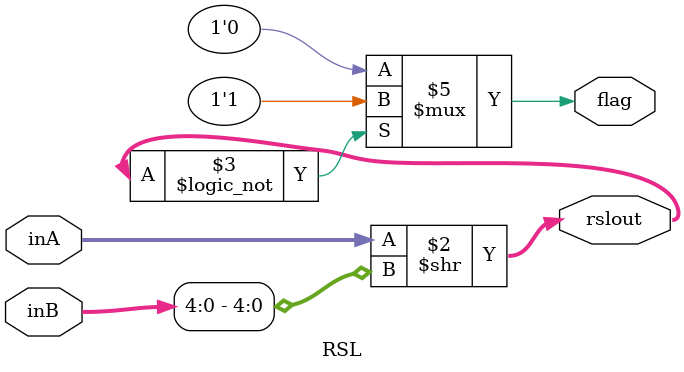
<source format=v>
`timescale 1ns / 1ps


module RSL(inA, inB, rslout, flag);
    input [31:0] inA;
    input [31:0] inB;
    output reg [31:0] rslout;
    output reg flag;
    
    always@(*) begin
        rslout = inA>>inB[4:0];
        if(rslout==0)
            flag = 1;
        else
            flag = 0;
    end
endmodule
</source>
